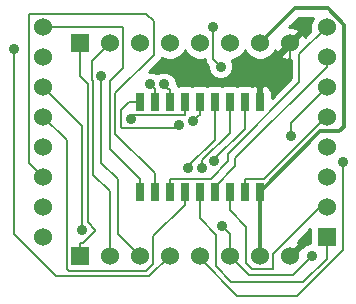
<source format=gbl>
G04 (created by PCBNEW-RS274X (2011-05-25)-stable) date Thu 13 Sep 2012 05:18:50 PM PDT*
G01*
G70*
G90*
%MOIN*%
G04 Gerber Fmt 3.4, Leading zero omitted, Abs format*
%FSLAX34Y34*%
G04 APERTURE LIST*
%ADD10C,0.006000*%
%ADD11R,0.030000X0.060000*%
%ADD12C,0.060000*%
%ADD13R,0.060000X0.060000*%
%ADD14C,0.035000*%
%ADD15C,0.008000*%
%ADD16C,0.012000*%
%ADD17C,0.010000*%
G04 APERTURE END LIST*
G54D10*
G54D11*
X44161Y-32063D03*
X44661Y-32063D03*
X45161Y-32063D03*
X45661Y-32063D03*
X46161Y-32063D03*
X46661Y-32063D03*
X47161Y-32063D03*
X47661Y-32063D03*
X48161Y-32063D03*
X44161Y-35063D03*
X44661Y-35063D03*
X45161Y-35063D03*
X45661Y-35063D03*
X46161Y-35063D03*
X46661Y-35063D03*
X47161Y-35063D03*
X47661Y-35063D03*
X48161Y-35063D03*
G54D12*
X40945Y-29569D03*
X40945Y-30569D03*
X40945Y-31569D03*
X40945Y-32569D03*
X40945Y-33569D03*
X40945Y-34569D03*
X40945Y-35569D03*
X40945Y-36569D03*
G54D13*
X50394Y-36569D03*
G54D12*
X50394Y-35569D03*
X50394Y-34569D03*
X50394Y-33569D03*
X50394Y-32569D03*
X50394Y-31569D03*
X50394Y-30569D03*
X50394Y-29569D03*
G54D13*
X42169Y-30118D03*
G54D12*
X43169Y-30118D03*
X44169Y-30118D03*
X45169Y-30118D03*
X46169Y-30118D03*
X47169Y-30118D03*
X48169Y-30118D03*
X49169Y-30118D03*
G54D13*
X42169Y-37205D03*
G54D12*
X43169Y-37205D03*
X44169Y-37205D03*
X45169Y-37205D03*
X46169Y-37205D03*
X47169Y-37205D03*
X48169Y-37205D03*
X49169Y-37205D03*
G54D14*
X46623Y-29576D03*
X46864Y-30889D03*
X39966Y-30297D03*
X46903Y-36206D03*
X49892Y-37209D03*
X45938Y-32699D03*
X45785Y-34266D03*
X46238Y-34272D03*
X45470Y-32853D03*
X46654Y-34045D03*
X44521Y-31480D03*
X43876Y-32621D03*
X44977Y-31481D03*
X42888Y-31208D03*
X49208Y-33192D03*
X42239Y-36340D03*
X50929Y-34069D03*
G54D15*
X49169Y-30612D02*
X48161Y-31620D01*
X49169Y-30118D02*
X49169Y-30612D01*
X48161Y-32063D02*
X48161Y-31620D01*
X42169Y-37205D02*
X42169Y-36762D01*
X42169Y-30118D02*
X42169Y-30561D01*
X42276Y-36762D02*
X42169Y-36762D01*
X42679Y-36359D02*
X42276Y-36762D01*
X42679Y-36327D02*
X42679Y-36359D01*
X42429Y-36077D02*
X42679Y-36327D01*
X42429Y-31459D02*
X42429Y-36077D01*
X42169Y-31199D02*
X42429Y-31459D01*
X42169Y-30561D02*
X42169Y-31199D01*
X50394Y-36569D02*
X50394Y-37012D01*
X46161Y-35947D02*
X46161Y-35063D01*
X46711Y-36497D02*
X46161Y-35947D01*
X46711Y-37553D02*
X46711Y-36497D01*
X47224Y-38066D02*
X46711Y-37553D01*
X49616Y-38066D02*
X47224Y-38066D01*
X50394Y-37288D02*
X49616Y-38066D01*
X50394Y-37012D02*
X50394Y-37288D01*
X45161Y-35063D02*
X45161Y-34620D01*
X46532Y-34620D02*
X45161Y-34620D01*
X47104Y-34048D02*
X46532Y-34620D01*
X47104Y-33788D02*
X47104Y-34048D01*
X49486Y-31406D02*
X47104Y-33788D01*
X49486Y-30477D02*
X49486Y-31406D01*
X50394Y-29569D02*
X49486Y-30477D01*
X46623Y-30648D02*
X46623Y-29576D01*
X46864Y-30889D02*
X46623Y-30648D01*
X43169Y-35049D02*
X43169Y-37205D01*
X42613Y-34493D02*
X43169Y-35049D01*
X42613Y-31383D02*
X42613Y-34493D01*
X42570Y-31340D02*
X42613Y-31383D01*
X42570Y-30717D02*
X42570Y-31340D01*
X43169Y-30118D02*
X42570Y-30717D01*
X39966Y-36462D02*
X39966Y-30297D01*
X41389Y-37885D02*
X39966Y-36462D01*
X44489Y-37885D02*
X41389Y-37885D01*
X45169Y-37205D02*
X44489Y-37885D01*
X47169Y-36472D02*
X47169Y-37205D01*
X46903Y-36206D02*
X47169Y-36472D01*
X49268Y-37833D02*
X49892Y-37209D01*
X47797Y-37833D02*
X49268Y-37833D01*
X47169Y-37205D02*
X47797Y-37833D01*
X46131Y-32506D02*
X46161Y-32506D01*
X45938Y-32699D02*
X46131Y-32506D01*
X46161Y-32063D02*
X46161Y-32506D01*
X45785Y-34204D02*
X45785Y-34266D01*
X46661Y-33328D02*
X45785Y-34204D01*
X46661Y-32063D02*
X46661Y-33328D01*
X46238Y-34011D02*
X46238Y-34272D01*
X47161Y-33088D02*
X46238Y-34011D01*
X47161Y-32063D02*
X47161Y-33088D01*
X43802Y-32063D02*
X44161Y-32063D01*
X43541Y-32324D02*
X43802Y-32063D01*
X43541Y-32904D02*
X43541Y-32324D01*
X43579Y-32942D02*
X43541Y-32904D01*
X45381Y-32942D02*
X43579Y-32942D01*
X45470Y-32853D02*
X45381Y-32942D01*
X46654Y-33978D02*
X46654Y-34045D01*
X47661Y-32971D02*
X46654Y-33978D01*
X47661Y-32063D02*
X47661Y-32971D01*
X44661Y-32063D02*
X44661Y-31620D01*
X44521Y-31480D02*
X44661Y-31620D01*
X43991Y-32506D02*
X43876Y-32621D01*
X45661Y-32506D02*
X43991Y-32506D01*
X45661Y-32063D02*
X45661Y-32506D01*
X45116Y-31620D02*
X45161Y-31620D01*
X44977Y-31481D02*
X45116Y-31620D01*
X45161Y-32063D02*
X45161Y-31620D01*
X42888Y-34095D02*
X42888Y-31208D01*
X43433Y-34640D02*
X42888Y-34095D01*
X43433Y-36469D02*
X43433Y-34640D01*
X44169Y-37205D02*
X43433Y-36469D01*
X48315Y-34620D02*
X47661Y-34620D01*
X50366Y-32569D02*
X48315Y-34620D01*
X50394Y-32569D02*
X50366Y-32569D01*
X47661Y-35063D02*
X47661Y-34620D01*
X44161Y-35063D02*
X44161Y-34620D01*
X43162Y-33621D02*
X44161Y-34620D01*
X43162Y-31385D02*
X43162Y-33621D01*
X43622Y-30925D02*
X43162Y-31385D01*
X43622Y-29582D02*
X43622Y-30925D01*
X43609Y-29569D02*
X43622Y-29582D01*
X40945Y-29569D02*
X43609Y-29569D01*
X49208Y-32755D02*
X49208Y-33192D01*
X50394Y-31569D02*
X49208Y-32755D01*
X46661Y-34909D02*
X46661Y-35063D01*
X47353Y-34217D02*
X46661Y-34909D01*
X47353Y-33928D02*
X47353Y-34217D01*
X50394Y-30887D02*
X47353Y-33928D01*
X50394Y-30569D02*
X50394Y-30887D01*
X42239Y-32863D02*
X42239Y-36340D01*
X40945Y-31569D02*
X42239Y-32863D01*
X44617Y-36550D02*
X45661Y-35506D01*
X44617Y-37472D02*
X44617Y-36550D01*
X44388Y-37701D02*
X44617Y-37472D01*
X41799Y-37701D02*
X44388Y-37701D01*
X41725Y-37627D02*
X41799Y-37701D01*
X41725Y-33349D02*
X41725Y-37627D01*
X40945Y-32569D02*
X41725Y-33349D01*
X45661Y-35063D02*
X45661Y-35506D01*
X44661Y-34430D02*
X44661Y-35063D01*
X43357Y-33126D02*
X44661Y-34430D01*
X43357Y-31761D02*
X43357Y-33126D01*
X44625Y-30493D02*
X43357Y-31761D01*
X44625Y-29386D02*
X44625Y-30493D01*
X44360Y-29121D02*
X44625Y-29386D01*
X40509Y-29121D02*
X44360Y-29121D01*
X40483Y-29147D02*
X40509Y-29121D01*
X40483Y-34107D02*
X40483Y-29147D01*
X40945Y-34569D02*
X40483Y-34107D01*
X47161Y-35684D02*
X47161Y-35063D01*
X47702Y-36225D02*
X47161Y-35684D01*
X47702Y-37442D02*
X47702Y-36225D01*
X47909Y-37649D02*
X47702Y-37442D01*
X48596Y-37649D02*
X47909Y-37649D01*
X48618Y-37627D02*
X48596Y-37649D01*
X48618Y-37130D02*
X48618Y-37627D01*
X50179Y-35569D02*
X48618Y-37130D01*
X50394Y-35569D02*
X50179Y-35569D01*
X50929Y-37014D02*
X50929Y-34069D01*
X49422Y-38521D02*
X50929Y-37014D01*
X47419Y-38521D02*
X49422Y-38521D01*
X46169Y-37271D02*
X47419Y-38521D01*
X46169Y-37205D02*
X46169Y-37271D01*
G54D16*
X48169Y-35534D02*
X48161Y-35526D01*
X48169Y-37205D02*
X48169Y-35534D01*
X48161Y-35294D02*
X48161Y-35526D01*
X48161Y-35294D02*
X48161Y-35063D01*
X49338Y-28949D02*
X48169Y-30118D01*
X50430Y-28949D02*
X49338Y-28949D01*
X50969Y-29488D02*
X50430Y-28949D01*
X50969Y-32888D02*
X50969Y-29488D01*
X50824Y-33033D02*
X50969Y-32888D01*
X50191Y-33033D02*
X50824Y-33033D01*
X48161Y-35063D02*
X50191Y-33033D01*
G54D10*
G36*
X49845Y-36784D02*
X49808Y-36784D01*
X49652Y-36848D01*
X49590Y-36909D01*
X49547Y-36897D01*
X49240Y-37205D01*
X49169Y-37276D01*
X49098Y-37205D01*
X49169Y-37134D01*
X49204Y-37099D01*
X49477Y-36827D01*
X49450Y-36733D01*
X49431Y-36726D01*
X49845Y-36313D01*
X49845Y-36318D01*
X49845Y-36784D01*
X49845Y-36784D01*
G37*
G54D17*
X49845Y-36784D02*
X49808Y-36784D01*
X49652Y-36848D01*
X49590Y-36909D01*
X49547Y-36897D01*
X49240Y-37205D01*
X49169Y-37276D01*
X49098Y-37205D01*
X49169Y-37134D01*
X49204Y-37099D01*
X49477Y-36827D01*
X49450Y-36733D01*
X49431Y-36726D01*
X49845Y-36313D01*
X49845Y-36318D01*
X49845Y-36784D01*
G54D10*
G36*
X49928Y-29259D02*
X49845Y-29460D01*
X49845Y-29678D01*
X49853Y-29699D01*
X49662Y-29890D01*
X49641Y-29837D01*
X49547Y-29810D01*
X49240Y-30118D01*
X49169Y-30189D01*
X48861Y-30496D01*
X48888Y-30590D01*
X49090Y-30661D01*
X49196Y-30655D01*
X49196Y-31285D01*
X48560Y-31920D01*
X48560Y-31812D01*
X48560Y-31713D01*
X48522Y-31622D01*
X48452Y-31552D01*
X48360Y-31514D01*
X48273Y-31513D01*
X48211Y-31575D01*
X48211Y-31963D01*
X48211Y-32013D01*
X48211Y-32113D01*
X48111Y-32113D01*
X48111Y-32013D01*
X48111Y-31963D01*
X48111Y-31575D01*
X48049Y-31513D01*
X47962Y-31514D01*
X47911Y-31534D01*
X47861Y-31514D01*
X47762Y-31514D01*
X47462Y-31514D01*
X47411Y-31534D01*
X47361Y-31514D01*
X47262Y-31514D01*
X46962Y-31514D01*
X46911Y-31534D01*
X46861Y-31514D01*
X46762Y-31514D01*
X46462Y-31514D01*
X46411Y-31534D01*
X46361Y-31514D01*
X46262Y-31514D01*
X45962Y-31514D01*
X45911Y-31534D01*
X45861Y-31514D01*
X45762Y-31514D01*
X45462Y-31514D01*
X45432Y-31526D01*
X45429Y-31509D01*
X45402Y-31468D01*
X45402Y-31397D01*
X45338Y-31241D01*
X45218Y-31121D01*
X45062Y-31056D01*
X44893Y-31056D01*
X44749Y-31114D01*
X44606Y-31055D01*
X44473Y-31055D01*
X44830Y-30698D01*
X44893Y-30604D01*
X44894Y-30598D01*
X45060Y-30667D01*
X45278Y-30667D01*
X45480Y-30583D01*
X45634Y-30429D01*
X45669Y-30344D01*
X45704Y-30429D01*
X45858Y-30583D01*
X46060Y-30667D01*
X46278Y-30667D01*
X46333Y-30644D01*
X46333Y-30648D01*
X46355Y-30759D01*
X46418Y-30853D01*
X46439Y-30874D01*
X46439Y-30973D01*
X46503Y-31129D01*
X46623Y-31249D01*
X46779Y-31314D01*
X46948Y-31314D01*
X47104Y-31250D01*
X47224Y-31130D01*
X47289Y-30974D01*
X47289Y-30805D01*
X47232Y-30667D01*
X47278Y-30667D01*
X47480Y-30583D01*
X47634Y-30429D01*
X47669Y-30344D01*
X47704Y-30429D01*
X47858Y-30583D01*
X48060Y-30667D01*
X48278Y-30667D01*
X48480Y-30583D01*
X48634Y-30429D01*
X48671Y-30337D01*
X48697Y-30399D01*
X48791Y-30426D01*
X49063Y-30153D01*
X49098Y-30118D01*
X49169Y-30047D01*
X49204Y-30012D01*
X49477Y-29740D01*
X49450Y-29646D01*
X49248Y-29575D01*
X49144Y-29580D01*
X49466Y-29259D01*
X49928Y-29259D01*
X49928Y-29259D01*
G37*
G54D17*
X49928Y-29259D02*
X49845Y-29460D01*
X49845Y-29678D01*
X49853Y-29699D01*
X49662Y-29890D01*
X49641Y-29837D01*
X49547Y-29810D01*
X49240Y-30118D01*
X49169Y-30189D01*
X48861Y-30496D01*
X48888Y-30590D01*
X49090Y-30661D01*
X49196Y-30655D01*
X49196Y-31285D01*
X48560Y-31920D01*
X48560Y-31812D01*
X48560Y-31713D01*
X48522Y-31622D01*
X48452Y-31552D01*
X48360Y-31514D01*
X48273Y-31513D01*
X48211Y-31575D01*
X48211Y-31963D01*
X48211Y-32013D01*
X48211Y-32113D01*
X48111Y-32113D01*
X48111Y-32013D01*
X48111Y-31963D01*
X48111Y-31575D01*
X48049Y-31513D01*
X47962Y-31514D01*
X47911Y-31534D01*
X47861Y-31514D01*
X47762Y-31514D01*
X47462Y-31514D01*
X47411Y-31534D01*
X47361Y-31514D01*
X47262Y-31514D01*
X46962Y-31514D01*
X46911Y-31534D01*
X46861Y-31514D01*
X46762Y-31514D01*
X46462Y-31514D01*
X46411Y-31534D01*
X46361Y-31514D01*
X46262Y-31514D01*
X45962Y-31514D01*
X45911Y-31534D01*
X45861Y-31514D01*
X45762Y-31514D01*
X45462Y-31514D01*
X45432Y-31526D01*
X45429Y-31509D01*
X45402Y-31468D01*
X45402Y-31397D01*
X45338Y-31241D01*
X45218Y-31121D01*
X45062Y-31056D01*
X44893Y-31056D01*
X44749Y-31114D01*
X44606Y-31055D01*
X44473Y-31055D01*
X44830Y-30698D01*
X44893Y-30604D01*
X44894Y-30598D01*
X45060Y-30667D01*
X45278Y-30667D01*
X45480Y-30583D01*
X45634Y-30429D01*
X45669Y-30344D01*
X45704Y-30429D01*
X45858Y-30583D01*
X46060Y-30667D01*
X46278Y-30667D01*
X46333Y-30644D01*
X46333Y-30648D01*
X46355Y-30759D01*
X46418Y-30853D01*
X46439Y-30874D01*
X46439Y-30973D01*
X46503Y-31129D01*
X46623Y-31249D01*
X46779Y-31314D01*
X46948Y-31314D01*
X47104Y-31250D01*
X47224Y-31130D01*
X47289Y-30974D01*
X47289Y-30805D01*
X47232Y-30667D01*
X47278Y-30667D01*
X47480Y-30583D01*
X47634Y-30429D01*
X47669Y-30344D01*
X47704Y-30429D01*
X47858Y-30583D01*
X48060Y-30667D01*
X48278Y-30667D01*
X48480Y-30583D01*
X48634Y-30429D01*
X48671Y-30337D01*
X48697Y-30399D01*
X48791Y-30426D01*
X49063Y-30153D01*
X49098Y-30118D01*
X49169Y-30047D01*
X49204Y-30012D01*
X49477Y-29740D01*
X49450Y-29646D01*
X49248Y-29575D01*
X49144Y-29580D01*
X49466Y-29259D01*
X49928Y-29259D01*
M02*

</source>
